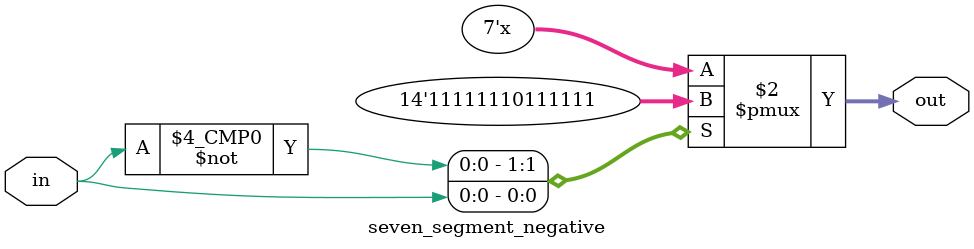
<source format=v>
module seven_segment_negative(in,out);

//Same seven segment negative display that we've used in labs. Should only display the middle segment.

input in;
output reg [6:0]out; // a, b, c, d, e, f, g

always @(*) begin

    case (in)
	 
	 1'b0: out = 7'b1111111;
	 
	 1'b1: out = 7'b0111111;
	 
	 default: out = 7'b1111111;
	 
	 endcase
	 
end

endmodule

</source>
